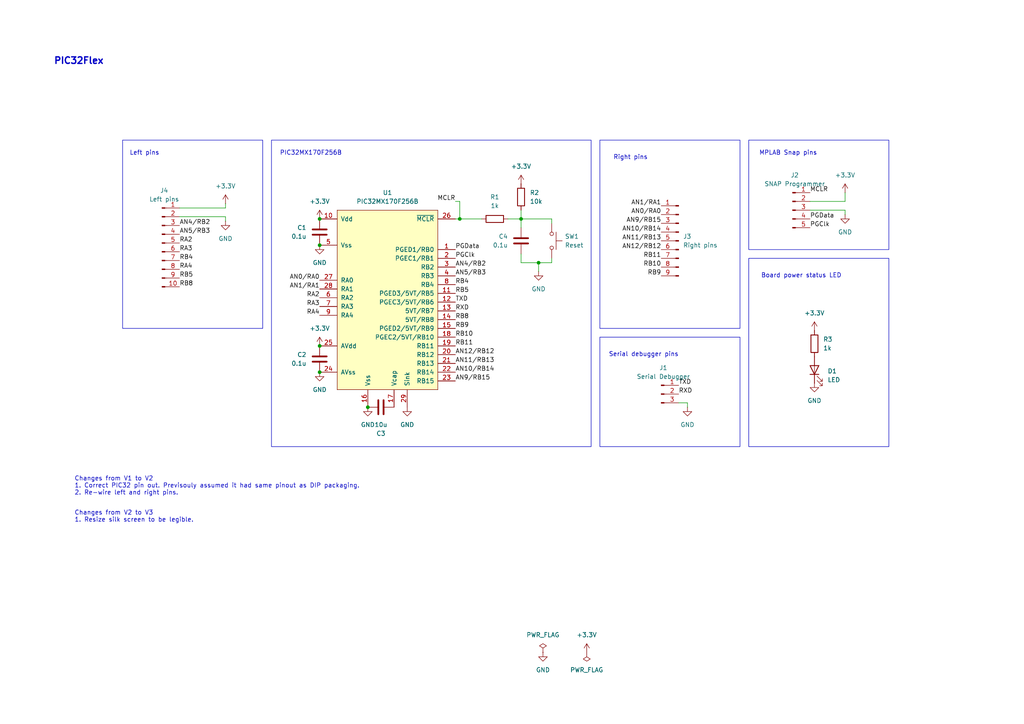
<source format=kicad_sch>
(kicad_sch (version 20231120) (generator "eeschema") (generator_version "8.0")
  (paper "A4")
  (lib_symbols
    (symbol "Connector:Conn_01x03_Pin" (pin_names (offset 1.016) hide)
      (property "Reference" "J" (at 0 5.08 0))
      (property "Value" "Conn_01x03_Pin" (at 0 -5.08 0))
      (symbol "Conn_01x03_Pin_1_1"
        (polyline (pts (xy 1.27 -2.54) (xy 0.8636 -2.54)) (stroke (width 0.1524)))
        (polyline (pts (xy 1.27 0) (xy 0.8636 0)) (stroke (width 0.1524)))
        (polyline (pts (xy 1.27 2.54) (xy 0.8636 2.54)) (stroke (width 0.1524)))
        (rectangle (start 0.8636 -2.413) (end 0 -2.667) (stroke (width 0.1524)) (fill (type outline)))
        (rectangle (start 0.8636 0.127) (end 0 -0.127) (stroke (width 0.1524)) (fill (type outline)))
        (rectangle (start 0.8636 2.667) (end 0 2.413) (stroke (width 0.1524)) (fill (type outline)))
        (pin passive line (at 5.08 2.54 180) (length 3.81) (name "Pin_1") (number "1"))
        (pin passive line (at 5.08 0 180) (length 3.81) (name "Pin_2") (number "2"))
        (pin passive line (at 5.08 -2.54 180) (length 3.81) (name "Pin_3") (number "3"))
      )
    )
    (symbol "Connector:Conn_01x05_Pin" (pin_names (offset 1.016) hide)
      (property "Reference" "J" (at 0 7.62 0))
      (property "Value" "Conn_01x05_Pin" (at 0 -7.62 0))
      (symbol "Conn_01x05_Pin_1_1"
        (polyline (pts (xy 1.27 -5.08) (xy 0.8636 -5.08)) (stroke (width 0.1524)))
        (polyline (pts (xy 1.27 -2.54) (xy 0.8636 -2.54)) (stroke (width 0.1524)))
        (polyline (pts (xy 1.27 0) (xy 0.8636 0)) (stroke (width 0.1524)))
        (polyline (pts (xy 1.27 2.54) (xy 0.8636 2.54)) (stroke (width 0.1524)))
        (polyline (pts (xy 1.27 5.08) (xy 0.8636 5.08)) (stroke (width 0.1524)))
        (rectangle (start 0.8636 -4.953) (end 0 -5.207) (stroke (width 0.1524)) (fill (type outline)))
        (rectangle (start 0.8636 -2.413) (end 0 -2.667) (stroke (width 0.1524)) (fill (type outline)))
        (rectangle (start 0.8636 0.127) (end 0 -0.127) (stroke (width 0.1524)) (fill (type outline)))
        (rectangle (start 0.8636 2.667) (end 0 2.413) (stroke (width 0.1524)) (fill (type outline)))
        (rectangle (start 0.8636 5.207) (end 0 4.953) (stroke (width 0.1524)) (fill (type outline)))
        (pin passive line (at 5.08 5.08 180) (length 3.81) (name "Pin_1") (number "1"))
        (pin passive line (at 5.08 2.54 180) (length 3.81) (name "Pin_2") (number "2"))
        (pin passive line (at 5.08 0 180) (length 3.81) (name "Pin_3") (number "3"))
        (pin passive line (at 5.08 -2.54 180) (length 3.81) (name "Pin_4") (number "4"))
        (pin passive line (at 5.08 -5.08 180) (length 3.81) (name "Pin_5") (number "5"))
      )
    )
    (symbol "Connector:Conn_01x09_Pin" (pin_names (offset 1.016) hide)
      (property "Reference" "J" (at 0 12.7 0))
      (property "Value" "Conn_01x09_Pin" (at 0 -12.7 0))
      (symbol "Conn_01x09_Pin_1_1"
        (polyline (pts (xy 1.27 -10.16) (xy 0.8636 -10.16)) (stroke (width 0.1524)))
        (polyline (pts (xy 1.27 -7.62) (xy 0.8636 -7.62)) (stroke (width 0.1524)))
        (polyline (pts (xy 1.27 -5.08) (xy 0.8636 -5.08)) (stroke (width 0.1524)))
        (polyline (pts (xy 1.27 -2.54) (xy 0.8636 -2.54)) (stroke (width 0.1524)))
        (polyline (pts (xy 1.27 0) (xy 0.8636 0)) (stroke (width 0.1524)))
        (polyline (pts (xy 1.27 2.54) (xy 0.8636 2.54)) (stroke (width 0.1524)))
        (polyline (pts (xy 1.27 5.08) (xy 0.8636 5.08)) (stroke (width 0.1524)))
        (polyline (pts (xy 1.27 7.62) (xy 0.8636 7.62)) (stroke (width 0.1524)))
        (polyline (pts (xy 1.27 10.16) (xy 0.8636 10.16)) (stroke (width 0.1524)))
        (rectangle (start 0.8636 -10.033) (end 0 -10.287) (stroke (width 0.1524)) (fill (type outline)))
        (rectangle (start 0.8636 -7.493) (end 0 -7.747) (stroke (width 0.1524)) (fill (type outline)))
        (rectangle (start 0.8636 -4.953) (end 0 -5.207) (stroke (width 0.1524)) (fill (type outline)))
        (rectangle (start 0.8636 -2.413) (end 0 -2.667) (stroke (width 0.1524)) (fill (type outline)))
        (rectangle (start 0.8636 0.127) (end 0 -0.127) (stroke (width 0.1524)) (fill (type outline)))
        (rectangle (start 0.8636 2.667) (end 0 2.413) (stroke (width 0.1524)) (fill (type outline)))
        (rectangle (start 0.8636 5.207) (end 0 4.953) (stroke (width 0.1524)) (fill (type outline)))
        (rectangle (start 0.8636 7.747) (end 0 7.493) (stroke (width 0.1524)) (fill (type outline)))
        (rectangle (start 0.8636 10.287) (end 0 10.033) (stroke (width 0.1524)) (fill (type outline)))
        (pin passive line (at 5.08 10.16 180) (length 3.81) (name "Pin_1") (number "1"))
        (pin passive line (at 5.08 7.62 180) (length 3.81) (name "Pin_2") (number "2"))
        (pin passive line (at 5.08 5.08 180) (length 3.81) (name "Pin_3") (number "3"))
        (pin passive line (at 5.08 2.54 180) (length 3.81) (name "Pin_4") (number "4"))
        (pin passive line (at 5.08 0 180) (length 3.81) (name "Pin_5") (number "5"))
        (pin passive line (at 5.08 -2.54 180) (length 3.81) (name "Pin_6") (number "6"))
        (pin passive line (at 5.08 -5.08 180) (length 3.81) (name "Pin_7") (number "7"))
        (pin passive line (at 5.08 -7.62 180) (length 3.81) (name "Pin_8") (number "8"))
        (pin passive line (at 5.08 -10.16 180) (length 3.81) (name "Pin_9") (number "9"))
      )
    )
    (symbol "Connector:Conn_01x10_Pin" (pin_names (offset 1.016) hide)
      (property "Reference" "J" (at 0 12.7 0))
      (property "Value" "Conn_01x10_Pin" (at 0 -15.24 0))
      (symbol "Conn_01x10_Pin_1_1"
        (polyline (pts (xy 1.27 -12.7) (xy 0.8636 -12.7)) (stroke (width 0.1524)))
        (polyline (pts (xy 1.27 -10.16) (xy 0.8636 -10.16)) (stroke (width 0.1524)))
        (polyline (pts (xy 1.27 -7.62) (xy 0.8636 -7.62)) (stroke (width 0.1524)))
        (polyline (pts (xy 1.27 -5.08) (xy 0.8636 -5.08)) (stroke (width 0.1524)))
        (polyline (pts (xy 1.27 -2.54) (xy 0.8636 -2.54)) (stroke (width 0.1524)))
        (polyline (pts (xy 1.27 0) (xy 0.8636 0)) (stroke (width 0.1524)))
        (polyline (pts (xy 1.27 2.54) (xy 0.8636 2.54)) (stroke (width 0.1524)))
        (polyline (pts (xy 1.27 5.08) (xy 0.8636 5.08)) (stroke (width 0.1524)))
        (polyline (pts (xy 1.27 7.62) (xy 0.8636 7.62)) (stroke (width 0.1524)))
        (polyline (pts (xy 1.27 10.16) (xy 0.8636 10.16)) (stroke (width 0.1524)))
        (rectangle (start 0.8636 -12.573) (end 0 -12.827) (stroke (width 0.1524)) (fill (type outline)))
        (rectangle (start 0.8636 -10.033) (end 0 -10.287) (stroke (width 0.1524)) (fill (type outline)))
        (rectangle (start 0.8636 -7.493) (end 0 -7.747) (stroke (width 0.1524)) (fill (type outline)))
        (rectangle (start 0.8636 -4.953) (end 0 -5.207) (stroke (width 0.1524)) (fill (type outline)))
        (rectangle (start 0.8636 -2.413) (end 0 -2.667) (stroke (width 0.1524)) (fill (type outline)))
        (rectangle (start 0.8636 0.127) (end 0 -0.127) (stroke (width 0.1524)) (fill (type outline)))
        (rectangle (start 0.8636 2.667) (end 0 2.413) (stroke (width 0.1524)) (fill (type outline)))
        (rectangle (start 0.8636 5.207) (end 0 4.953) (stroke (width 0.1524)) (fill (type outline)))
        (rectangle (start 0.8636 7.747) (end 0 7.493) (stroke (width 0.1524)) (fill (type outline)))
        (rectangle (start 0.8636 10.287) (end 0 10.033) (stroke (width 0.1524)) (fill (type outline)))
        (pin passive line (at 5.08 10.16 180) (length 3.81) (name "Pin_1") (number "1"))
        (pin passive line (at 5.08 -12.7 180) (length 3.81) (name "Pin_10") (number "10"))
        (pin passive line (at 5.08 7.62 180) (length 3.81) (name "Pin_2") (number "2"))
        (pin passive line (at 5.08 5.08 180) (length 3.81) (name "Pin_3") (number "3"))
        (pin passive line (at 5.08 2.54 180) (length 3.81) (name "Pin_4") (number "4"))
        (pin passive line (at 5.08 0 180) (length 3.81) (name "Pin_5") (number "5"))
        (pin passive line (at 5.08 -2.54 180) (length 3.81) (name "Pin_6") (number "6"))
        (pin passive line (at 5.08 -5.08 180) (length 3.81) (name "Pin_7") (number "7"))
        (pin passive line (at 5.08 -7.62 180) (length 3.81) (name "Pin_8") (number "8"))
        (pin passive line (at 5.08 -10.16 180) (length 3.81) (name "Pin_9") (number "9"))
      )
    )
    (symbol "Device:C" (pin_numbers hide) (pin_names (offset 0.254))
      (property "Reference" "C" (at 0.635 2.54 0))
      (property "Value" "C" (at 0.635 -2.54 0))
      (symbol "C_0_1"
        (polyline (pts (xy -2.032 -0.762) (xy 2.032 -0.762)) (stroke (width 0.508)))
        (polyline (pts (xy -2.032 0.762) (xy 2.032 0.762)) (stroke (width 0.508)))
      )
      (symbol "C_1_1"
        (pin passive line (at 0 3.81 270) (length 2.794) (name "~") (number "1"))
        (pin passive line (at 0 -3.81 90) (length 2.794) (name "~") (number "2"))
      )
    )
    (symbol "Device:LED" (pin_numbers hide) (pin_names (offset 1.016) hide)
      (property "Reference" "D" (at 0 2.54 0))
      (property "Value" "LED" (at 0 -2.54 0))
      (symbol "LED_0_1"
        (polyline (pts (xy -1.27 -1.27) (xy -1.27 1.27)) (stroke (width 0.254)))
        (polyline (pts (xy -1.27 0) (xy 1.27 0)))
        (polyline (pts (xy 1.27 -1.27) (xy 1.27 1.27) (xy -1.27 0) (xy 1.27 -1.27)) (stroke (width 0.254)))
        (polyline (pts (xy -3.048 -0.762) (xy -4.572 -2.286) (xy -3.81 -2.286) (xy -4.572 -2.286) (xy -4.572 -1.524)))
        (polyline (pts (xy -1.778 -0.762) (xy -3.302 -2.286) (xy -2.54 -2.286) (xy -3.302 -2.286) (xy -3.302 -1.524)))
      )
      (symbol "LED_1_1"
        (pin passive line (at -3.81 0 0) (length 2.54) (name "K") (number "1"))
        (pin passive line (at 3.81 0 180) (length 2.54) (name "A") (number "2"))
      )
    )
    (symbol "Device:R" (pin_numbers hide) (pin_names (offset 0))
      (property "Reference" "R" (at 2.032 0 90))
      (property "Value" "R" (at 0 0 90))
      (symbol "R_0_1"
        (rectangle (start -1.016 -2.54) (end 1.016 2.54) (stroke (width 0.254)))
      )
      (symbol "R_1_1"
        (pin passive line (at 0 3.81 270) (length 1.27) (name "~") (number "1"))
        (pin passive line (at 0 -3.81 90) (length 1.27) (name "~") (number "2"))
      )
    )
    (symbol "ME218_BaseLib:PIC32MX170F256B" (pin_names (offset 1.016))
      (property "Reference" "U1" (at -6.985 29.21 0))
      (property "Value" "PIC32MX170F256B" (at -6.985 26.67 0))
      (symbol "PIC32MX170F256B_0_1"
        (rectangle (start -21.59 24.13) (end 7.62 -27.94) (fill (type background)))
      )
      (symbol "PIC32MX170F256B_1_1"
        (pin bidirectional line (at 12.7 12.7 180) (length 5.08) (name "PGED1/RB0") (number "1"))
        (pin power_in line (at -26.67 21.59 0) (length 5.08) (name "Vdd") (number "10"))
        (pin bidirectional line (at 12.7 0 180) (length 5.08) (name "PGED3/5VT/RB5") (number "11"))
        (pin bidirectional line (at 12.7 -2.54 180) (length 5.08) (name "PGEC3/5VT/RB6") (number "12"))
        (pin bidirectional line (at 12.7 -5.08 180) (length 5.08) (name "5VT/RB7") (number "13"))
        (pin bidirectional line (at 12.7 -7.62 180) (length 5.08) (name "5VT/RB8") (number "14"))
        (pin bidirectional line (at 12.7 -10.16 180) (length 5.08) (name "PGED2/5VT/RB9") (number "15"))
        (pin power_in line (at -12.7 -33.02 90) (length 5.08) (name "Vss") (number "16"))
        (pin input line (at -5.08 -33.02 90) (length 5.08) (name "Vcap") (number "17"))
        (pin bidirectional line (at 12.7 -12.7 180) (length 5.08) (name "PGEC2/5VT/RB10") (number "18"))
        (pin bidirectional line (at 12.7 -15.24 180) (length 5.08) (name "RB11") (number "19"))
        (pin bidirectional line (at 12.7 10.16 180) (length 5.08) (name "PGEC1/RB1") (number "2"))
        (pin bidirectional line (at 12.7 -17.78 180) (length 5.08) (name "RB12") (number "20"))
        (pin bidirectional line (at 12.7 -20.32 180) (length 5.08) (name "RB13") (number "21"))
        (pin bidirectional line (at 12.7 -22.86 180) (length 5.08) (name "RB14") (number "22"))
        (pin bidirectional line (at 12.7 -25.4 180) (length 5.08) (name "RB15") (number "23"))
        (pin power_in line (at -26.67 -22.86 0) (length 5.08) (name "AVss") (number "24"))
        (pin power_in line (at -26.67 -15.24 0) (length 5.08) (name "AVdd") (number "25"))
        (pin input line (at 12.7 21.59 180) (length 5.08) (name "~{MCLR}") (number "26"))
        (pin bidirectional line (at -26.67 3.81 0) (length 5.08) (name "RA0") (number "27"))
        (pin bidirectional line (at -26.67 1.27 0) (length 5.08) (name "RA1") (number "28"))
        (pin input line (at -1.27 -33.02 90) (length 5.08) (name "Sink") (number "29"))
        (pin bidirectional line (at 12.7 7.62 180) (length 5.08) (name "RB2") (number "3"))
        (pin bidirectional line (at 12.7 5.08 180) (length 5.08) (name "RB3") (number "4"))
        (pin power_in line (at -26.67 13.97 0) (length 5.08) (name "Vss") (number "5"))
        (pin bidirectional line (at -26.67 -1.27 0) (length 5.08) (name "RA2") (number "6"))
        (pin bidirectional line (at -26.67 -3.81 0) (length 5.08) (name "RA3") (number "7"))
        (pin bidirectional line (at 12.7 2.54 180) (length 5.08) (name "RB4") (number "8"))
        (pin bidirectional line (at -26.67 -6.35 0) (length 5.08) (name "RA4") (number "9"))
      )
    )
    (symbol "Switch:SW_Push" (pin_numbers hide) (pin_names (offset 1.016) hide)
      (property "Reference" "SW" (at 1.27 2.54 0))
      (property "Value" "SW_Push" (at 0 -1.524 0))
      (symbol "SW_Push_0_1"
        (circle (center -2.032 0) (radius 0.508))
        (polyline (pts (xy 0 1.27) (xy 0 3.048)))
        (polyline (pts (xy 2.54 1.27) (xy -2.54 1.27)))
        (circle (center 2.032 0) (radius 0.508))
        (pin passive line (at -5.08 0 0) (length 2.54) (name "1") (number "1"))
        (pin passive line (at 5.08 0 180) (length 2.54) (name "2") (number "2"))
      )
    )
    (symbol "power:+3.3V" (power) (pin_numbers hide) (pin_names (offset 0) hide)
      (property "Value" "+3.3V" (at 0 3.556 0))
      (symbol "+3.3V_0_1"
        (polyline (pts (xy -0.762 1.27) (xy 0 2.54)))
        (polyline (pts (xy 0 0) (xy 0 2.54)))
        (polyline (pts (xy 0 2.54) (xy 0.762 1.27)))
      )
      (symbol "+3.3V_1_1"
        (pin power_in line (at 0 0 90) (length 0) (name "~") (number "1"))
      )
    )
    (symbol "power:GND" (power) (pin_numbers hide) (pin_names (offset 0) hide)
      (property "Value" "GND" (at 0 -3.81 0))
      (symbol "GND_0_1"
        (polyline (pts (xy 0 0) (xy 0 -1.27) (xy 1.27 -1.27) (xy 0 -2.54) (xy -1.27 -1.27) (xy 0 -1.27)))
      )
      (symbol "GND_1_1"
        (pin power_in line (at 0 0 270) (length 0) (name "~") (number "1"))
      )
    )
    (symbol "power:PWR_FLAG" (power) (pin_numbers hide) (pin_names (offset 0) hide)
      (property "Value" "PWR_FLAG" (at 0 3.81 0))
      (symbol "PWR_FLAG_0_0"
        (pin power_out line (at 0 0 90) (length 0) (name "~") (number "1"))
      )
      (symbol "PWR_FLAG_0_1"
        (polyline (pts (xy 0 0) (xy 0 1.27) (xy -1.016 1.905) (xy 0 2.54) (xy 1.016 1.905) (xy 0 1.27)))
      )
    )
  )
  (junction (at 92.71 71.12))
  (junction (at 92.71 63.5))
  (junction (at 133.35 63.5))
  (junction (at 92.71 107.95))
  (junction (at 106.68 118.11))
  (junction (at 151.13 63.5))
  (junction (at 92.71 100.33))
  (junction (at 156.21 76.2))
  (wire (pts (xy 160.02 76.2) (xy 156.21 76.2)))
  (wire (pts (xy 199.39 116.84) (xy 199.39 118.11)))
  (wire (pts (xy 245.11 58.42) (xy 245.11 55.88)))
  (wire (pts (xy 196.85 116.84) (xy 199.39 116.84)))
  (wire (pts (xy 151.13 63.5) (xy 151.13 60.96)))
  (wire (pts (xy 133.35 63.5) (xy 132.08 63.5)))
  (wire (pts (xy 151.13 63.5) (xy 160.02 63.5)))
  (wire (pts (xy 234.95 58.42) (xy 245.11 58.42)))
  (wire (pts (xy 65.405 60.325) (xy 65.405 59.055)))
  (wire (pts (xy 245.11 60.96) (xy 245.11 62.23)))
  (wire (pts (xy 133.35 58.42) (xy 133.35 63.5)))
  (wire (pts (xy 147.32 63.5) (xy 151.13 63.5)))
  (wire (pts (xy 234.95 60.96) (xy 245.11 60.96)))
  (wire (pts (xy 132.08 58.42) (xy 133.35 58.42)))
  (wire (pts (xy 65.405 62.865) (xy 65.405 64.135)))
  (wire (pts (xy 156.21 76.2) (xy 156.21 78.74)))
  (wire (pts (xy 151.13 63.5) (xy 151.13 66.04)))
  (wire (pts (xy 139.7 63.5) (xy 133.35 63.5)))
  (wire (pts (xy 52.07 62.865) (xy 65.405 62.865)))
  (wire (pts (xy 151.13 76.2) (xy 156.21 76.2)))
  (wire (pts (xy 151.13 76.2) (xy 151.13 73.66)))
  (wire (pts (xy 52.07 60.325) (xy 65.405 60.325)))
  (wire (pts (xy 160.02 74.93) (xy 160.02 76.2)))
  (wire (pts (xy 160.02 63.5) (xy 160.02 64.77)))
  (rectangle (start 257.81 72.39) (end 217.17 40.64))
  (rectangle (start 173.99 40.64) (end 214.63 95.25))
  (rectangle (start 173.99 97.79) (end 214.63 129.54))
  (rectangle (start 78.74 40.64) (end 171.45 129.54))
  (rectangle (start 257.81 129.54) (end 217.17 74.93))
  (rectangle (start 35.56 40.64) (end 76.2 95.25))
  (text "MPLAB Snap pins" (at 228.6 44.45 0) (effects (font (size 1.27 1.27) (thickness 0.1588))))
  (text "Board power status LED" (at 232.41 80.01 0) (effects (font (size 1.27 1.27) (thickness 0.1588))))
  (text "PIC32Flex" (at 22.86 17.78 0) (effects (font (size 1.905 1.905) (thickness 0.381) (bold yes))))
  (text "PIC32MX170F256B" (at 90.17 44.45 0) (effects (font (size 1.27 1.27) (thickness 0.1588))))
  (text "Serial debugger pins" (at 186.69 102.87 0) (effects (font (size 1.27 1.27) (thickness 0.1588))))
  (text "Right pins" (at 182.88 45.72 0) (effects (font (size 1.27 1.27) (thickness 0.1588))))
  (text "Changes from V1 to V2\n1. Correct PIC32 pin out. Previsouly assumed it had same pinout as DIP packaging.\n2. Re-wire left and right pins." (at 21.59 140.97 0) (effects (font (size 1.27 1.27)) (justify left)))
  (text "Changes from V2 to V3\n1. Resize silk screen to be legible." (at 21.59 149.86 0) (effects (font (size 1.27 1.27)) (justify left)))
  (text "Left pins" (at 41.91 44.45 0) (effects (font (size 1.27 1.27) (thickness 0.1588))))
  (label "RA3" (at 52.07 73.025 0))
  (label "RB4" (at 132.08 82.55 0))
  (label "AN12{slash}RB12" (at 191.77 72.39 180))
  (label "AN9{slash}RB15" (at 191.77 64.77 180))
  (label "AN9{slash}RB15" (at 132.08 110.49 0))
  (label "RB11" (at 132.08 100.33 0))
  (label "AN11{slash}RB13" (at 191.77 69.85 180))
  (label "AN0{slash}RA0" (at 92.71 81.28 180))
  (label "RA3" (at 92.71 88.9 180))
  (label "RB8" (at 52.07 83.185 0))
  (label "AN11{slash}RB13" (at 132.08 105.41 0))
  (label "RXD" (at 196.85 114.3 0))
  (label "PGClk" (at 132.08 74.93 0))
  (label "AN1{slash}RA1" (at 92.71 83.82 180))
  (label "RA4" (at 52.07 78.105 0))
  (label "RB4" (at 52.07 75.565 0))
  (label "TXD" (at 196.85 111.76 0))
  (label "PGData" (at 132.08 72.39 0))
  (label "AN5{slash}RB3" (at 52.07 67.945 0))
  (label "AN4{slash}RB2" (at 52.07 65.405 0))
  (label "AN12{slash}RB12" (at 132.08 102.87 0))
  (label "AN10{slash}RB14" (at 191.77 67.31 180))
  (label "AN5{slash}RB3" (at 132.08 80.01 0))
  (label "PGClk" (at 234.95 66.04 0))
  (label "RB9" (at 191.77 80.01 180))
  (label "RB9" (at 132.08 95.25 0))
  (label "RB10" (at 191.77 77.47 180))
  (label "MCLR" (at 234.95 55.88 0))
  (label "RB8" (at 132.08 92.71 0))
  (label "RB5" (at 132.08 85.09 0))
  (label "AN1{slash}RA1" (at 191.77 59.69 180))
  (label "RA4" (at 92.71 91.44 180))
  (label "AN0{slash}RA0" (at 191.77 62.23 180))
  (label "RA2" (at 92.71 86.36 180))
  (label "RB10" (at 132.08 97.79 0))
  (label "AN4{slash}RB2" (at 132.08 77.47 0))
  (label "PGData" (at 234.95 63.5 0))
  (label "RXD" (at 132.08 90.17 0))
  (label "AN10{slash}RB14" (at 132.08 107.95 0))
  (label "RB5" (at 52.07 80.645 0))
  (label "RB11" (at 191.77 74.93 180))
  (label "RA2" (at 52.07 70.485 0))
  (label "TXD" (at 132.08 87.63 0))
  (label "MCLR" (at 132.08 58.42 180))
  (symbol (lib_id "Connector:Conn_01x05_Pin") (at 229.87 60.96 0) (unit 1)
    (property "Reference" "J2" (at 230.505 50.8 0))
    (property "Value" "SNAP Programmer" (at 230.505 53.34 0))
    (property "Footprint" "Connector_PinSocket_2.54mm:PinSocket_1x05_P2.54mm_Vertical" (effects (hide yes)))
    (property "Description" "Generic connector, single row, 01x05, script generated" (effects (hide yes)))
  )
  (symbol (lib_id "power:+3.3V") (at 245.11 55.88 0) (unit 1)
    (property "Reference" "#PWR09" (effects (hide yes)))
    (property "Value" "+3.3V" (at 245.11 50.8 0))
    (property "Description" "Power symbol creates a global label with name \"+3.3V\"" (effects (hide yes)))
  )
  (symbol (lib_id "Device:R") (at 151.13 57.15 180) (unit 1)
    (property "Reference" "R2" (at 153.67 55.8799 0) (effects (justify right)))
    (property "Value" "10k" (at 153.67 58.4199 0) (effects (justify right)))
    (property "Footprint" "Resistor_SMD:R_0402_1005Metric" (effects (hide yes)))
    (property "Datasheet" "https://www.yageo.com/upload/media/product/products/datasheet/rchip/PYu-RC_Group_51_RoHS_L_12.pdf" (effects (hide yes)))
    (property "Description" "RES 10K OHM 5% 1/16W 0402" (effects (hide yes)))
    (property "Mfn" "YAGEO" (effects (hide yes)))
    (property "Mfn PN" "RC0402JR-0710KL" (effects (hide yes)))
    (property "Supplier" "DigiKey" (effects (hide yes)))
    (property "Supplier PN" "311-10KJRTR-ND" (effects (hide yes)))
  )
  (symbol (lib_id "Device:C") (at 92.71 67.31 0) (mirror x) (unit 1)
    (property "Reference" "C1" (at 88.9 66.0399 0) (effects (justify right)))
    (property "Value" "0.1u" (at 88.9 68.5799 0) (effects (justify right)))
    (property "Footprint" "Capacitor_SMD:C_0402_1005Metric" (effects (hide yes)))
    (property "Datasheet" "https://search.murata.co.jp/Ceramy/image/img/A01X/G101/ENG/GRM155R71C104KA88-01.pdf" (effects (hide yes)))
    (property "Description" "CAP CER 0.1UF 16V X7R 0402" (effects (hide yes)))
    (property "Mfn" "Murata Electronics" (effects (hide yes)))
    (property "Mfn PN" "GRM155R71C104KA88J" (effects (hide yes)))
    (property "Supplier" "DigiKey" (effects (hide yes)))
    (property "Supplier PN" "490-6328-2-ND" (effects (hide yes)))
  )
  (symbol (lib_id "power:GND") (at 199.39 118.11 0) (unit 1)
    (property "Reference" "#PWR08" (effects (hide yes)))
    (property "Value" "GND" (at 199.39 123.19 0))
    (property "Description" "Power symbol creates a global label with name \"GND\" , ground" (effects (hide yes)))
  )
  (symbol (lib_id "Device:C") (at 92.71 104.14 0) (mirror x) (unit 1)
    (property "Reference" "C2" (at 88.9 102.8699 0) (effects (justify right)))
    (property "Value" "0.1u" (at 88.9 105.4099 0) (effects (justify right)))
    (property "Footprint" "Capacitor_SMD:C_0402_1005Metric" (effects (hide yes)))
    (property "Datasheet" "https://search.murata.co.jp/Ceramy/image/img/A01X/G101/ENG/GRM155R71C104KA88-01.pdf" (effects (hide yes)))
    (property "Description" "CAP CER 0.1UF 16V X7R 0402" (effects (hide yes)))
    (property "Mfn" "Murata Electronics" (effects (hide yes)))
    (property "Mfn PN" "GRM155R71C104KA88J" (effects (hide yes)))
    (property "Supplier" "DigiKey" (effects (hide yes)))
    (property "Supplier PN" "490-6328-2-ND" (effects (hide yes)))
  )
  (symbol (lib_id "power:GND") (at 118.11 118.11 0) (unit 1)
    (property "Reference" "#PWR017" (effects (hide yes)))
    (property "Value" "GND" (at 118.11 123.19 0))
    (property "Description" "Power symbol creates a global label with name \"GND\" , ground" (effects (hide yes)))
  )
  (symbol (lib_id "power:+3.3V") (at 92.71 63.5 0) (unit 1)
    (property "Reference" "#PWR01" (effects (hide yes)))
    (property "Value" "+3.3V" (at 92.71 58.42 0))
    (property "Description" "Power symbol creates a global label with name \"+3.3V\"" (effects (hide yes)))
  )
  (symbol (lib_id "power:+3.3V") (at 92.71 100.33 0) (unit 1)
    (property "Reference" "#PWR02" (effects (hide yes)))
    (property "Value" "+3.3V" (at 92.71 95.25 0))
    (property "Description" "Power symbol creates a global label with name \"+3.3V\"" (effects (hide yes)))
  )
  (symbol (lib_id "Connector:Conn_01x03_Pin") (at 191.77 114.3 0) (unit 1)
    (property "Reference" "J1" (at 192.405 106.68 0))
    (property "Value" "Serial Debugger" (at 192.405 109.22 0))
    (property "Footprint" "Connector_PinSocket_2.54mm:PinSocket_1x03_P2.54mm_Vertical" (effects (hide yes)))
    (property "Description" "Generic connector, single row, 01x03, script generated" (effects (hide yes)))
  )
  (symbol (lib_id "power:GND") (at 156.21 78.74 0) (unit 1)
    (property "Reference" "#PWR06" (effects (hide yes)))
    (property "Value" "GND" (at 156.21 83.82 0))
    (property "Description" "Power symbol creates a global label with name \"GND\" , ground" (effects (hide yes)))
  )
  (symbol (lib_id "Switch:SW_Push") (at 160.02 69.85 270) (unit 1)
    (property "Reference" "SW1" (at 163.83 68.5799 90) (effects (justify left)))
    (property "Value" "Reset" (at 163.83 71.1199 90) (effects (justify left)))
    (property "Footprint" "PIC32Flex:SW_PTS636_CNK" (effects (hide yes)))
    (property "Datasheet" "https://www.ckswitches.com/media/2779/pts636.pdf" (effects (hide yes)))
    (property "Description" "SWITCH TACTILE SPST-NO 0.05A 12V" (effects (hide yes)))
    (property "Mfn" "C&K" (effects (hide yes)))
    (property "Mfn PN" "PTS636SM50JSMTR LFS" (effects (hide yes)))
    (property "Supplier" "DigiKey" (effects (hide yes)))
    (property "Supplier PN" "CKN12319-2-ND" (effects (hide yes)))
  )
  (symbol (lib_id "power:GND") (at 157.48 189.23 0) (unit 1)
    (property "Reference" "#PWR015" (effects (hide yes)))
    (property "Value" "GND" (at 157.48 194.31 0))
    (property "Description" "Power symbol creates a global label with name \"GND\" , ground" (effects (hide yes)))
  )
  (symbol (lib_id "power:+3.3V") (at 236.22 95.885 0) (unit 1)
    (property "Reference" "#PWR014" (effects (hide yes)))
    (property "Value" "+3.3V" (at 236.22 90.805 0))
    (property "Description" "Power symbol creates a global label with name \"+3.3V\"" (effects (hide yes)))
  )
  (symbol (lib_id "ME218_BaseLib:PIC32MX170F256B") (at 119.38 85.09 0) (unit 1)
    (property "Reference" "U1" (at 112.395 55.88 0))
    (property "Value" "PIC32MX170F256B" (at 112.395 58.42 0))
    (property "Footprint" "PIC32Flex:QFN28_6X6MC_MCH" (effects (hide yes)))
    (property "Datasheet" "https://www.digikey.com/en/models/4902616" (effects (hide yes)))
    (property "Description" "IC MCU 32BIT 256KB FLASH 28SPDIP" (effects (hide yes)))
    (property "Mfn" "Microchip Technology" (effects (hide yes)))
    (property "Mfn PN" "PIC32MX170F256B-I/ML" (effects (hide yes)))
    (property "Supplier" "DigiKey" (effects (hide yes)))
    (property "Supplier PN" "PIC32MX170F256B-I/ML-ND" (effects (hide yes)))
  )
  (symbol (lib_id "power:+3.3V") (at 170.18 189.23 0) (unit 1)
    (property "Reference" "#PWR016" (effects (hide yes)))
    (property "Value" "+3.3V" (at 170.18 184.15 0))
    (property "Description" "Power symbol creates a global label with name \"+3.3V\"" (effects (hide yes)))
  )
  (symbol (lib_id "Device:LED") (at 236.22 107.315 90) (unit 1)
    (property "Reference" "D1" (at 240.03 107.6324 90) (effects (justify right)))
    (property "Value" "LED" (at 240.03 110.1724 90) (effects (justify right)))
    (property "Footprint" "LED_SMD:LED_0402_1005Metric" (effects (hide yes)))
    (property "Datasheet" "https://www.inolux-corp.com/datasheet/SMDLED/Mono%20Color%20Top%20View/IN-S42BT%20Series_V1.0.pdf" (effects (hide yes)))
    (property "Description" "LED RED CLEAR 0402 SMD" (effects (hide yes)))
    (property "Mfn" "Inolux" (effects (hide yes)))
    (property "Mfn PN" "IN-S42BTR" (effects (hide yes)))
    (property "Supplier" "DigiKey" (effects (hide yes)))
    (property "Supplier PN" "1830-IN-S42BTR-ND" (effects (hide yes)))
  )
  (symbol (lib_id "power:GND") (at 106.68 118.11 0) (unit 1)
    (property "Reference" "#PWR05" (effects (hide yes)))
    (property "Value" "GND" (at 106.68 123.19 0))
    (property "Description" "Power symbol creates a global label with name \"GND\" , ground" (effects (hide yes)))
  )
  (symbol (lib_id "Connector:Conn_01x09_Pin") (at 196.85 69.85 0) (mirror y) (unit 1)
    (property "Reference" "J3" (at 198.12 68.5799 0) (effects (justify right)))
    (property "Value" "Right pins" (at 198.12 71.1199 0) (effects (justify right)))
    (property "Footprint" "Connector_PinSocket_2.54mm:PinSocket_1x09_P2.54mm_Vertical" (effects (hide yes)))
    (property "Description" "Generic connector, single row, 01x09, script generated" (effects (hide yes)))
  )
  (symbol (lib_id "power:PWR_FLAG") (at 157.48 189.23 0) (unit 1)
    (property "Reference" "#FLG01" (effects (hide yes)))
    (property "Value" "PWR_FLAG" (at 157.48 184.15 0))
    (property "Description" "Special symbol for telling ERC where power comes from" (effects (hide yes)))
  )
  (symbol (lib_id "power:+3.3V") (at 151.13 53.34 0) (unit 1)
    (property "Reference" "#PWR07" (effects (hide yes)))
    (property "Value" "+3.3V" (at 151.13 48.26 0))
    (property "Description" "Power symbol creates a global label with name \"+3.3V\"" (effects (hide yes)))
  )
  (symbol (lib_id "power:PWR_FLAG") (at 170.18 189.23 180) (unit 1)
    (property "Reference" "#FLG02" (effects (hide yes)))
    (property "Value" "PWR_FLAG" (at 170.18 194.31 0))
    (property "Description" "Special symbol for telling ERC where power comes from" (effects (hide yes)))
  )
  (symbol (lib_id "power:GND") (at 245.11 62.23 0) (unit 1)
    (property "Reference" "#PWR010" (effects (hide yes)))
    (property "Value" "GND" (at 245.11 67.31 0))
    (property "Description" "Power symbol creates a global label with name \"GND\" , ground" (effects (hide yes)))
  )
  (symbol (lib_id "power:GND") (at 92.71 71.12 0) (unit 1)
    (property "Reference" "#PWR03" (effects (hide yes)))
    (property "Value" "GND" (at 92.71 76.2 0))
    (property "Description" "Power symbol creates a global label with name \"GND\" , ground" (effects (hide yes)))
  )
  (symbol (lib_id "Connector:Conn_01x10_Pin") (at 46.99 70.485 0) (unit 1)
    (property "Reference" "J4" (at 47.625 55.245 0))
    (property "Value" "Left pins" (at 47.625 57.785 0))
    (property "Footprint" "Connector_PinSocket_2.54mm:PinSocket_1x10_P2.54mm_Vertical" (effects (hide yes)))
    (property "Description" "Generic connector, single row, 01x10, script generated" (effects (hide yes)))
  )
  (symbol (lib_id "power:GND") (at 236.22 111.125 0) (unit 1)
    (property "Reference" "#PWR013" (effects (hide yes)))
    (property "Value" "GND" (at 236.22 116.205 0))
    (property "Description" "Power symbol creates a global label with name \"GND\" , ground" (effects (hide yes)))
  )
  (symbol (lib_id "power:GND") (at 92.71 107.95 0) (unit 1)
    (property "Reference" "#PWR04" (effects (hide yes)))
    (property "Value" "GND" (at 92.71 113.03 0))
    (property "Description" "Power symbol creates a global label with name \"GND\" , ground" (effects (hide yes)))
  )
  (symbol (lib_id "Device:C") (at 110.49 118.11 270) (mirror x) (unit 1)
    (property "Reference" "C3" (at 110.49 125.73 90))
    (property "Value" "10u" (at 110.49 123.19 90))
    (property "Footprint" "Capacitor_SMD:C_0402_1005Metric" (effects (hide yes)))
    (property "Datasheet" "https://search.murata.co.jp/Ceramy/image/img/A01X/G101/ENG/GRM155R60J106ME05-01A.pdf" (effects (hide yes)))
    (property "Description" "CAP CER 10UF 6.3V X5R 0402" (effects (hide yes)))
    (property "Mfn" "Murata Electronics" (effects (hide yes)))
    (property "Mfn PN" "GRM155R60J106ME05D" (effects (hide yes)))
    (property "Supplier" "DigiKey" (effects (hide yes)))
    (property "Supplier PN" "490-GRM155R60J106ME05DTR-ND" (effects (hide yes)))
  )
  (symbol (lib_id "Device:R") (at 143.51 63.5 90) (unit 1)
    (property "Reference" "R1" (at 143.51 57.15 90))
    (property "Value" "1k" (at 143.51 59.69 90))
    (property "Footprint" "Resistor_SMD:R_0402_1005Metric" (effects (hide yes)))
    (property "Datasheet" "https://www.yageo.com/upload/media/product/products/datasheet/rchip/PYu-RC_Group_51_RoHS_L_12.pdf" (effects (hide yes)))
    (property "Description" "RES 1K OHM 5% 1/16W 0402" (effects (hide yes)))
    (property "Mfn" "YAGEO" (effects (hide yes)))
    (property "Mfn PN" "RC0402JR-071KL" (effects (hide yes)))
    (property "Supplier" "DigiKey" (effects (hide yes)))
    (property "Supplier PN" "311-1.0KJRTR-ND" (effects (hide yes)))
  )
  (symbol (lib_id "power:GND") (at 65.405 64.135 0) (unit 1)
    (property "Reference" "#PWR011" (effects (hide yes)))
    (property "Value" "GND" (at 65.405 69.215 0))
    (property "Description" "Power symbol creates a global label with name \"GND\" , ground" (effects (hide yes)))
  )
  (symbol (lib_id "power:+3.3V") (at 65.405 59.055 0) (unit 1)
    (property "Reference" "#PWR012" (effects (hide yes)))
    (property "Value" "+3.3V" (at 65.405 53.975 0))
    (property "Description" "Power symbol creates a global label with name \"+3.3V\"" (effects (hide yes)))
  )
  (symbol (lib_id "Device:R") (at 236.22 99.695 180) (unit 1)
    (property "Reference" "R3" (at 238.76 98.4249 0) (effects (justify right)))
    (property "Value" "1k" (at 238.76 100.9649 0) (effects (justify right)))
    (property "Footprint" "Resistor_SMD:R_0402_1005Metric" (effects (hide yes)))
    (property "Datasheet" "https://www.yageo.com/upload/media/product/products/datasheet/rchip/PYu-RC_Group_51_RoHS_L_12.pdf" (effects (hide yes)))
    (property "Description" "RES 1K OHM 5% 1/16W 0402" (effects (hide yes)))
    (property "Mfn" "YAGEO" (effects (hide yes)))
    (property "Mfn PN" "RC0402JR-071KL" (effects (hide yes)))
    (property "Supplier" "DigiKey" (effects (hide yes)))
    (property "Supplier PN" "311-1.0KJRTR-ND" (effects (hide yes)))
  )
  (symbol (lib_id "Device:C") (at 151.13 69.85 0) (mirror x) (unit 1)
    (property "Reference" "C4" (at 147.32 68.5799 0) (effects (justify right)))
    (property "Value" "0.1u" (at 147.32 71.1199 0) (effects (justify right)))
    (property "Footprint" "Capacitor_SMD:C_0402_1005Metric" (effects (hide yes)))
    (property "Datasheet" "https://search.murata.co.jp/Ceramy/image/img/A01X/G101/ENG/GRM155R71C104KA88-01.pdf" (effects (hide yes)))
    (property "Description" "CAP CER 0.1UF 16V X7R 0402" (effects (hide yes)))
    (property "Mfn" "Murata Electronics" (effects (hide yes)))
    (property "Mfn PN" "GRM155R71C104KA88J" (effects (hide yes)))
    (property "Supplier" "DigiKey" (effects (hide yes)))
    (property "Supplier PN" "490-6328-2-ND" (effects (hide yes)))
  )
)
</source>
